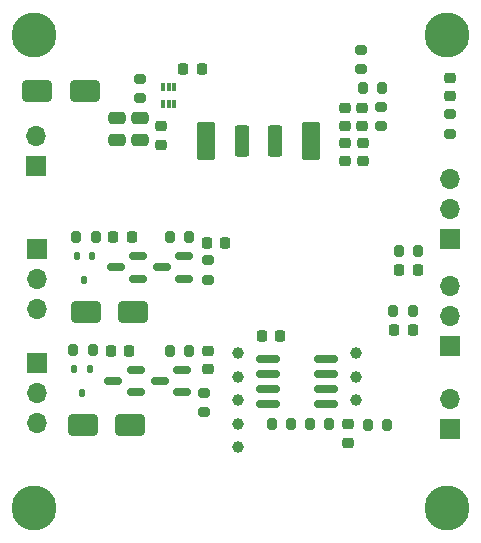
<source format=gbr>
%TF.GenerationSoftware,KiCad,Pcbnew,8.0.8*%
%TF.CreationDate,2025-06-23T13:13:59+02:00*%
%TF.ProjectId,LedDimmer,4c656444-696d-46d6-9572-2e6b69636164,rev?*%
%TF.SameCoordinates,Original*%
%TF.FileFunction,Soldermask,Top*%
%TF.FilePolarity,Negative*%
%FSLAX46Y46*%
G04 Gerber Fmt 4.6, Leading zero omitted, Abs format (unit mm)*
G04 Created by KiCad (PCBNEW 8.0.8) date 2025-06-23 13:13:59*
%MOMM*%
%LPD*%
G01*
G04 APERTURE LIST*
G04 Aperture macros list*
%AMRoundRect*
0 Rectangle with rounded corners*
0 $1 Rounding radius*
0 $2 $3 $4 $5 $6 $7 $8 $9 X,Y pos of 4 corners*
0 Add a 4 corners polygon primitive as box body*
4,1,4,$2,$3,$4,$5,$6,$7,$8,$9,$2,$3,0*
0 Add four circle primitives for the rounded corners*
1,1,$1+$1,$2,$3*
1,1,$1+$1,$4,$5*
1,1,$1+$1,$6,$7*
1,1,$1+$1,$8,$9*
0 Add four rect primitives between the rounded corners*
20,1,$1+$1,$2,$3,$4,$5,0*
20,1,$1+$1,$4,$5,$6,$7,0*
20,1,$1+$1,$6,$7,$8,$9,0*
20,1,$1+$1,$8,$9,$2,$3,0*%
G04 Aperture macros list end*
%ADD10RoundRect,0.250000X-0.375000X-1.075000X0.375000X-1.075000X0.375000X1.075000X-0.375000X1.075000X0*%
%ADD11RoundRect,0.225000X-0.225000X-0.250000X0.225000X-0.250000X0.225000X0.250000X-0.225000X0.250000X0*%
%ADD12C,2.600000*%
%ADD13C,3.800000*%
%ADD14C,1.000000*%
%ADD15RoundRect,0.250000X-1.000000X-0.650000X1.000000X-0.650000X1.000000X0.650000X-1.000000X0.650000X0*%
%ADD16R,1.700000X1.700000*%
%ADD17O,1.700000X1.700000*%
%ADD18RoundRect,0.218750X-0.256250X0.218750X-0.256250X-0.218750X0.256250X-0.218750X0.256250X0.218750X0*%
%ADD19RoundRect,0.200000X0.275000X-0.200000X0.275000X0.200000X-0.275000X0.200000X-0.275000X-0.200000X0*%
%ADD20RoundRect,0.200000X0.200000X0.275000X-0.200000X0.275000X-0.200000X-0.275000X0.200000X-0.275000X0*%
%ADD21RoundRect,0.225000X0.225000X0.250000X-0.225000X0.250000X-0.225000X-0.250000X0.225000X-0.250000X0*%
%ADD22RoundRect,0.225000X0.250000X-0.225000X0.250000X0.225000X-0.250000X0.225000X-0.250000X-0.225000X0*%
%ADD23RoundRect,0.150000X0.587500X0.150000X-0.587500X0.150000X-0.587500X-0.150000X0.587500X-0.150000X0*%
%ADD24RoundRect,0.150000X-0.825000X-0.150000X0.825000X-0.150000X0.825000X0.150000X-0.825000X0.150000X0*%
%ADD25RoundRect,0.117646X-0.682354X-1.482354X0.682354X-1.482354X0.682354X1.482354X-0.682354X1.482354X0*%
%ADD26RoundRect,0.200000X-0.200000X-0.275000X0.200000X-0.275000X0.200000X0.275000X-0.200000X0.275000X0*%
%ADD27RoundRect,0.112500X0.112500X0.237500X-0.112500X0.237500X-0.112500X-0.237500X0.112500X-0.237500X0*%
%ADD28RoundRect,0.200000X-0.275000X0.200000X-0.275000X-0.200000X0.275000X-0.200000X0.275000X0.200000X0*%
%ADD29RoundRect,0.218750X-0.218750X-0.256250X0.218750X-0.256250X0.218750X0.256250X-0.218750X0.256250X0*%
%ADD30RoundRect,0.250000X1.000000X0.650000X-1.000000X0.650000X-1.000000X-0.650000X1.000000X-0.650000X0*%
%ADD31RoundRect,0.225000X-0.250000X0.225000X-0.250000X-0.225000X0.250000X-0.225000X0.250000X0.225000X0*%
%ADD32RoundRect,0.087500X0.087500X-0.250000X0.087500X0.250000X-0.087500X0.250000X-0.087500X-0.250000X0*%
%ADD33RoundRect,0.250000X-0.475000X0.250000X-0.475000X-0.250000X0.475000X-0.250000X0.475000X0.250000X0*%
G04 APERTURE END LIST*
D10*
%TO.C,L3*%
X58030000Y-71010000D03*
X60830000Y-71010000D03*
%TD*%
D11*
%TO.C,C5*%
X53080000Y-64910000D03*
X54630000Y-64910000D03*
%TD*%
D12*
%TO.C,H4*%
X40430000Y-62010000D03*
D13*
X40430000Y-62010000D03*
%TD*%
D14*
%TO.C,TP3*%
X67730000Y-92910000D03*
%TD*%
D15*
%TO.C,D6*%
X44600000Y-95000000D03*
X48600000Y-95000000D03*
%TD*%
D14*
%TO.C,TP5*%
X57730000Y-90910000D03*
%TD*%
D16*
%TO.C,J5*%
X75700000Y-88335000D03*
D17*
X75700000Y-85795000D03*
X75700000Y-83255000D03*
%TD*%
D18*
%TO.C,D4*%
X75630000Y-65622499D03*
X75630000Y-67197501D03*
%TD*%
D19*
%TO.C,R7*%
X75630000Y-70335000D03*
X75630000Y-68685000D03*
%TD*%
D20*
%TO.C,R6*%
X53580000Y-79110000D03*
X51930000Y-79110000D03*
%TD*%
D15*
%TO.C,D2*%
X44800000Y-85425000D03*
X48800000Y-85425000D03*
%TD*%
D12*
%TO.C,H2*%
X75430000Y-102010000D03*
D13*
X75430000Y-102010000D03*
%TD*%
D21*
%TO.C,C10*%
X72505000Y-87010000D03*
X70955000Y-87010000D03*
%TD*%
D20*
%TO.C,R11*%
X72525000Y-85400000D03*
X70875000Y-85400000D03*
%TD*%
D22*
%TO.C,C11*%
X67000000Y-96500000D03*
X67000000Y-94950000D03*
%TD*%
D16*
%TO.C,J1*%
X40700000Y-80100000D03*
D17*
X40700000Y-82640000D03*
X40700000Y-85180000D03*
%TD*%
D22*
%TO.C,C2*%
X51162000Y-71285000D03*
X51162000Y-69735000D03*
%TD*%
D23*
%TO.C,Q3*%
X49037500Y-92250000D03*
X49037500Y-90350000D03*
X47162500Y-91300000D03*
%TD*%
D24*
%TO.C,U2*%
X60225000Y-89395000D03*
X60225000Y-90665000D03*
X60225000Y-91935000D03*
X60225000Y-93205000D03*
X65175000Y-93205000D03*
X65175000Y-91935000D03*
X65175000Y-90665000D03*
X65175000Y-89395000D03*
%TD*%
D20*
%TO.C,R3*%
X69930000Y-66510000D03*
X68280000Y-66510000D03*
%TD*%
D21*
%TO.C,C8*%
X61275000Y-87500000D03*
X59725000Y-87500000D03*
%TD*%
D19*
%TO.C,R1*%
X49430000Y-67335000D03*
X49430000Y-65685000D03*
%TD*%
D16*
%TO.C,J2*%
X40630000Y-73050000D03*
D17*
X40630000Y-70510000D03*
%TD*%
D14*
%TO.C,TP4*%
X57730000Y-92910000D03*
%TD*%
D19*
%TO.C,R4*%
X68130000Y-64910000D03*
X68130000Y-63260000D03*
%TD*%
D25*
%TO.C,L1*%
X54980000Y-71010000D03*
X63880000Y-71010000D03*
%TD*%
D26*
%TO.C,R13*%
X63775000Y-94900000D03*
X65425000Y-94900000D03*
%TD*%
D22*
%TO.C,C6*%
X68230000Y-69685000D03*
X68230000Y-68135000D03*
%TD*%
D27*
%TO.C,Q4*%
X45150000Y-90300000D03*
X43850000Y-90300000D03*
X44500000Y-92300000D03*
%TD*%
D28*
%TO.C,R21*%
X54830000Y-92285000D03*
X54830000Y-93935000D03*
%TD*%
D22*
%TO.C,C7*%
X66730000Y-69685000D03*
X66730000Y-68135000D03*
%TD*%
D14*
%TO.C,TP2*%
X67730000Y-90910000D03*
%TD*%
D23*
%TO.C,Q5*%
X53167500Y-82625000D03*
X53167500Y-80725000D03*
X51292500Y-81675000D03*
%TD*%
%TO.C,Q6*%
X52967500Y-92260000D03*
X52967500Y-90360000D03*
X51092500Y-91310000D03*
%TD*%
D14*
%TO.C,TP1*%
X67730000Y-88910000D03*
%TD*%
D12*
%TO.C,H3*%
X40430000Y-102010000D03*
D13*
X40430000Y-102010000D03*
%TD*%
D29*
%TO.C,D5*%
X46930000Y-88710000D03*
X48505000Y-88710000D03*
%TD*%
D20*
%TO.C,R8*%
X53580000Y-88710000D03*
X51930000Y-88710000D03*
%TD*%
D16*
%TO.C,J6*%
X75700000Y-95350000D03*
D17*
X75700000Y-92810000D03*
%TD*%
D23*
%TO.C,Q2*%
X49237500Y-82625000D03*
X49237500Y-80725000D03*
X47362500Y-81675000D03*
%TD*%
D14*
%TO.C,TP8*%
X57730000Y-94910000D03*
%TD*%
D19*
%TO.C,R18*%
X55130000Y-82735000D03*
X55130000Y-81085000D03*
%TD*%
%TO.C,R2*%
X69830000Y-69735000D03*
X69830000Y-68085000D03*
%TD*%
D30*
%TO.C,D1*%
X44730000Y-66710000D03*
X40730000Y-66710000D03*
%TD*%
D22*
%TO.C,C3*%
X66730000Y-72685000D03*
X66730000Y-71135000D03*
%TD*%
D20*
%TO.C,R12*%
X70325000Y-95025000D03*
X68675000Y-95025000D03*
%TD*%
D21*
%TO.C,C9*%
X72910000Y-81910000D03*
X71360000Y-81910000D03*
%TD*%
D16*
%TO.C,J4*%
X75700000Y-79225000D03*
D17*
X75700000Y-76685000D03*
X75700000Y-74145000D03*
%TD*%
D31*
%TO.C,C4*%
X68330000Y-71135000D03*
X68330000Y-72685000D03*
%TD*%
D26*
%TO.C,R9*%
X43775000Y-88700000D03*
X45425000Y-88700000D03*
%TD*%
D14*
%TO.C,TP6*%
X57730000Y-88910000D03*
%TD*%
D20*
%TO.C,R14*%
X62200000Y-94900000D03*
X60550000Y-94900000D03*
%TD*%
D26*
%TO.C,R5*%
X44012500Y-79125000D03*
X45662500Y-79125000D03*
%TD*%
D22*
%TO.C,C16*%
X55130000Y-90285000D03*
X55130000Y-88735000D03*
%TD*%
D20*
%TO.C,R10*%
X72955000Y-80310000D03*
X71305000Y-80310000D03*
%TD*%
D32*
%TO.C,U1*%
X51330000Y-67810000D03*
X51830000Y-67810000D03*
X52330000Y-67810000D03*
X52330000Y-66385000D03*
X51830000Y-66385000D03*
X51330000Y-66385000D03*
%TD*%
D29*
%TO.C,D3*%
X47142500Y-79110000D03*
X48717500Y-79110000D03*
%TD*%
D33*
%TO.C,C1*%
X49430000Y-69010000D03*
X49430000Y-70910000D03*
%TD*%
D16*
%TO.C,J3*%
X40700000Y-89775000D03*
D17*
X40700000Y-92315000D03*
X40700000Y-94855000D03*
%TD*%
D21*
%TO.C,C15*%
X56605000Y-79610000D03*
X55055000Y-79610000D03*
%TD*%
D14*
%TO.C,TP7*%
X57730000Y-96910000D03*
%TD*%
D27*
%TO.C,Q1*%
X45350000Y-80725000D03*
X44050000Y-80725000D03*
X44700000Y-82725000D03*
%TD*%
D33*
%TO.C,C14*%
X47430000Y-69010000D03*
X47430000Y-70910000D03*
%TD*%
D12*
%TO.C,H1*%
X75430000Y-62010000D03*
D13*
X75430000Y-62010000D03*
%TD*%
M02*

</source>
